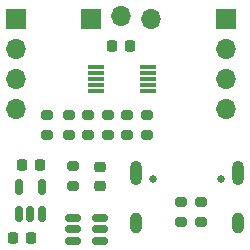
<source format=gbr>
%TF.GenerationSoftware,KiCad,Pcbnew,7.0.7*%
%TF.CreationDate,2024-07-11T11:51:31-04:00*%
%TF.ProjectId,attiny412_breakout,61747469-6e79-4343-9132-5f627265616b,1.0*%
%TF.SameCoordinates,Original*%
%TF.FileFunction,Soldermask,Bot*%
%TF.FilePolarity,Negative*%
%FSLAX46Y46*%
G04 Gerber Fmt 4.6, Leading zero omitted, Abs format (unit mm)*
G04 Created by KiCad (PCBNEW 7.0.7) date 2024-07-11 11:51:31*
%MOMM*%
%LPD*%
G01*
G04 APERTURE LIST*
G04 Aperture macros list*
%AMRoundRect*
0 Rectangle with rounded corners*
0 $1 Rounding radius*
0 $2 $3 $4 $5 $6 $7 $8 $9 X,Y pos of 4 corners*
0 Add a 4 corners polygon primitive as box body*
4,1,4,$2,$3,$4,$5,$6,$7,$8,$9,$2,$3,0*
0 Add four circle primitives for the rounded corners*
1,1,$1+$1,$2,$3*
1,1,$1+$1,$4,$5*
1,1,$1+$1,$6,$7*
1,1,$1+$1,$8,$9*
0 Add four rect primitives between the rounded corners*
20,1,$1+$1,$2,$3,$4,$5,0*
20,1,$1+$1,$4,$5,$6,$7,0*
20,1,$1+$1,$6,$7,$8,$9,0*
20,1,$1+$1,$8,$9,$2,$3,0*%
G04 Aperture macros list end*
%ADD10RoundRect,0.150000X0.150000X-0.512500X0.150000X0.512500X-0.150000X0.512500X-0.150000X-0.512500X0*%
%ADD11RoundRect,0.150000X0.512500X0.150000X-0.512500X0.150000X-0.512500X-0.150000X0.512500X-0.150000X0*%
%ADD12R,1.400000X0.300000*%
%ADD13RoundRect,0.200000X0.275000X-0.200000X0.275000X0.200000X-0.275000X0.200000X-0.275000X-0.200000X0*%
%ADD14RoundRect,0.200000X-0.275000X0.200000X-0.275000X-0.200000X0.275000X-0.200000X0.275000X0.200000X0*%
%ADD15R,1.700000X1.700000*%
%ADD16O,1.700000X1.700000*%
%ADD17C,0.650000*%
%ADD18O,1.000000X1.800000*%
%ADD19O,1.000000X2.100000*%
%ADD20RoundRect,0.218750X-0.256250X0.218750X-0.256250X-0.218750X0.256250X-0.218750X0.256250X0.218750X0*%
%ADD21RoundRect,0.225000X0.225000X0.250000X-0.225000X0.250000X-0.225000X-0.250000X0.225000X-0.250000X0*%
%ADD22RoundRect,0.225000X-0.225000X-0.250000X0.225000X-0.250000X0.225000X0.250000X-0.225000X0.250000X0*%
G04 APERTURE END LIST*
D10*
%TO.C,U4*%
X141859000Y-108447000D03*
X140909000Y-108447000D03*
X139959000Y-108447000D03*
X139959000Y-106172000D03*
X141859000Y-106172000D03*
%TD*%
D11*
%TO.C,U3*%
X146806500Y-108778000D03*
X146806500Y-109728000D03*
X146806500Y-110678000D03*
X144531500Y-110678000D03*
X144531500Y-109728000D03*
X144531500Y-108778000D03*
%TD*%
D12*
%TO.C,U1*%
X150876000Y-96012000D03*
X150876000Y-96512000D03*
X150876000Y-97012000D03*
X150876000Y-97512000D03*
X150876000Y-98012000D03*
X146476000Y-98012000D03*
X146476000Y-97512000D03*
X146476000Y-97012000D03*
X146476000Y-96512000D03*
X146476000Y-96012000D03*
%TD*%
D13*
%TO.C,R9*%
X142290800Y-101726000D03*
X142290800Y-100076000D03*
%TD*%
D14*
%TO.C,R8*%
X144526000Y-104395000D03*
X144526000Y-106045000D03*
%TD*%
%TO.C,R7*%
X145796000Y-100076000D03*
X145796000Y-101726000D03*
%TD*%
%TO.C,R6*%
X144145000Y-100076000D03*
X144145000Y-101726000D03*
%TD*%
%TO.C,R5*%
X147447000Y-100076000D03*
X147447000Y-101726000D03*
%TD*%
D13*
%TO.C,R4*%
X150749000Y-100076000D03*
X150749000Y-101726000D03*
%TD*%
D14*
%TO.C,R3*%
X149098000Y-100076000D03*
X149098000Y-101726000D03*
%TD*%
%TO.C,R2*%
X155321000Y-107442000D03*
X155321000Y-109092000D03*
%TD*%
%TO.C,R1*%
X153670000Y-107442000D03*
X153670000Y-109092000D03*
%TD*%
D15*
%TO.C,J4*%
X146065000Y-91948000D03*
D16*
X148605000Y-91694000D03*
X151145000Y-91948000D03*
%TD*%
D15*
%TO.C,J3*%
X157480000Y-91948000D03*
D16*
X157480000Y-94488000D03*
X157480000Y-97028000D03*
X157480000Y-99568000D03*
%TD*%
D15*
%TO.C,J2*%
X139700000Y-91948000D03*
D16*
X139700000Y-94488000D03*
X139700000Y-97028000D03*
X139700000Y-99568000D03*
%TD*%
D17*
%TO.C,J1*%
X151311600Y-105488694D03*
X157091600Y-105488694D03*
D18*
X149881600Y-109168694D03*
D19*
X149881600Y-104968694D03*
X158521600Y-104968694D03*
D18*
X158521600Y-109168694D03*
%TD*%
D20*
%TO.C,F1*%
X146812000Y-104470000D03*
X146812000Y-106045000D03*
%TD*%
D21*
%TO.C,C3*%
X140970000Y-110490000D03*
X139420000Y-110490000D03*
%TD*%
%TO.C,C2*%
X141732000Y-104267000D03*
X140182000Y-104267000D03*
%TD*%
D22*
%TO.C,C1*%
X147828000Y-94234000D03*
X149378000Y-94234000D03*
%TD*%
M02*

</source>
